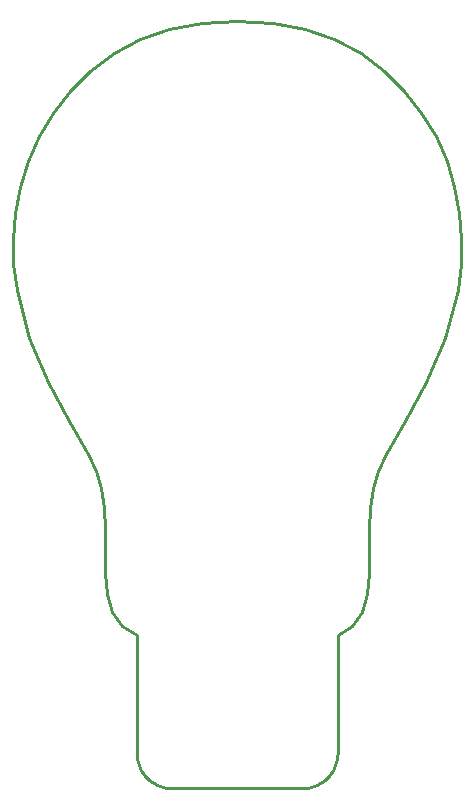
<source format=gbr>
G04 EAGLE Gerber RS-274X export*
G75*
%MOMM*%
%FSLAX34Y34*%
%LPD*%
%IN*%
%IPPOS*%
%AMOC8*
5,1,8,0,0,1.08239X$1,22.5*%
G01*
%ADD10C,0.254000*%


D10*
X-188431Y465175D02*
X-187868Y443473D01*
X-185182Y422062D01*
X-174427Y380872D01*
X-158575Y343437D01*
X-140726Y310928D01*
X-124399Y282599D01*
X-118077Y268720D01*
X-113649Y253853D01*
X-111218Y237433D01*
X-110405Y219481D01*
X-110161Y181688D01*
X-108432Y164041D01*
X-104043Y148845D01*
X-95972Y137177D01*
X-83500Y129810D01*
X-83500Y29810D01*
X-83386Y27195D01*
X-83044Y24601D01*
X-82478Y22045D01*
X-81691Y19549D01*
X-80689Y17131D01*
X-79481Y14810D01*
X-78075Y12603D01*
X-76481Y10526D01*
X-74713Y8597D01*
X-72784Y6829D01*
X-70707Y5235D01*
X-68500Y3829D01*
X-66179Y2621D01*
X-63761Y1619D01*
X-61265Y832D01*
X-58709Y266D01*
X-56115Y-76D01*
X-53500Y-190D01*
X56500Y-190D01*
X59115Y-76D01*
X61709Y266D01*
X64265Y832D01*
X66761Y1619D01*
X69179Y2621D01*
X71500Y3829D01*
X73707Y5235D01*
X75784Y6829D01*
X77713Y8597D01*
X79481Y10526D01*
X81075Y12603D01*
X82481Y14810D01*
X83689Y17131D01*
X84691Y19549D01*
X85478Y22045D01*
X86044Y24601D01*
X86386Y27195D01*
X86500Y29810D01*
X86500Y129810D01*
X98972Y137177D01*
X107043Y148845D01*
X111432Y164041D01*
X113161Y181688D01*
X113405Y219481D01*
X114218Y237433D01*
X116649Y253853D01*
X121077Y268720D01*
X127399Y282599D01*
X143726Y310928D01*
X161575Y343437D01*
X177427Y380872D01*
X188182Y422062D01*
X190868Y443473D01*
X191431Y465175D01*
X189688Y487038D01*
X185510Y508921D01*
X178804Y530582D01*
X169511Y551678D01*
X157601Y571806D01*
X143063Y590531D01*
X125905Y607404D01*
X106142Y621977D01*
X83797Y633832D01*
X58895Y642600D01*
X31458Y647990D01*
X1500Y649810D01*
X-28458Y647990D01*
X-55895Y642600D01*
X-80797Y633832D01*
X-103142Y621977D01*
X-122905Y607404D01*
X-140063Y590531D01*
X-154601Y571806D01*
X-166511Y551678D01*
X-175804Y530582D01*
X-182510Y508921D01*
X-186688Y487038D01*
X-188431Y465175D01*
M02*

</source>
